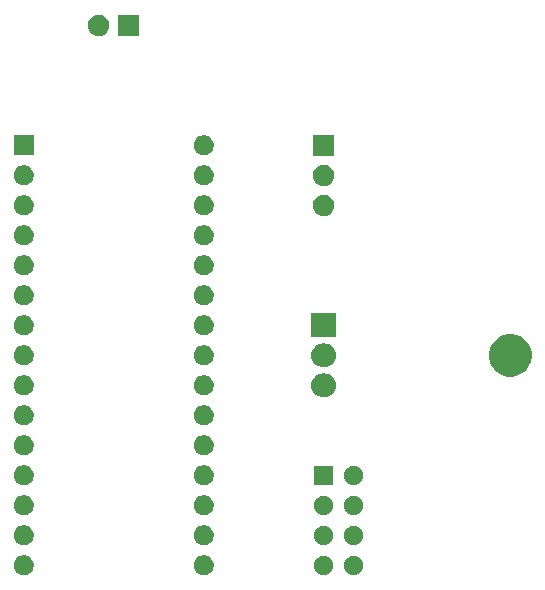
<source format=gbr>
G04 #@! TF.GenerationSoftware,KiCad,Pcbnew,(5.1.5)-3*
G04 #@! TF.CreationDate,2020-02-10T18:59:08+01:00*
G04 #@! TF.ProjectId,WeatherStationSender,57656174-6865-4725-9374-6174696f6e53,rev?*
G04 #@! TF.SameCoordinates,Original*
G04 #@! TF.FileFunction,Soldermask,Bot*
G04 #@! TF.FilePolarity,Negative*
%FSLAX46Y46*%
G04 Gerber Fmt 4.6, Leading zero omitted, Abs format (unit mm)*
G04 Created by KiCad (PCBNEW (5.1.5)-3) date 2020-02-10 18:59:08*
%MOMM*%
%LPD*%
G04 APERTURE LIST*
%ADD10C,0.100000*%
G04 APERTURE END LIST*
D10*
G36*
X134868228Y-98241703D02*
G01*
X135023100Y-98305853D01*
X135162481Y-98398985D01*
X135281015Y-98517519D01*
X135374147Y-98656900D01*
X135438297Y-98811772D01*
X135471000Y-98976184D01*
X135471000Y-99143816D01*
X135438297Y-99308228D01*
X135374147Y-99463100D01*
X135281015Y-99602481D01*
X135162481Y-99721015D01*
X135023100Y-99814147D01*
X134868228Y-99878297D01*
X134703816Y-99911000D01*
X134536184Y-99911000D01*
X134371772Y-99878297D01*
X134216900Y-99814147D01*
X134077519Y-99721015D01*
X133958985Y-99602481D01*
X133865853Y-99463100D01*
X133801703Y-99308228D01*
X133769000Y-99143816D01*
X133769000Y-98976184D01*
X133801703Y-98811772D01*
X133865853Y-98656900D01*
X133958985Y-98517519D01*
X134077519Y-98398985D01*
X134216900Y-98305853D01*
X134371772Y-98241703D01*
X134536184Y-98209000D01*
X134703816Y-98209000D01*
X134868228Y-98241703D01*
G37*
G36*
X119628228Y-98241703D02*
G01*
X119783100Y-98305853D01*
X119922481Y-98398985D01*
X120041015Y-98517519D01*
X120134147Y-98656900D01*
X120198297Y-98811772D01*
X120231000Y-98976184D01*
X120231000Y-99143816D01*
X120198297Y-99308228D01*
X120134147Y-99463100D01*
X120041015Y-99602481D01*
X119922481Y-99721015D01*
X119783100Y-99814147D01*
X119628228Y-99878297D01*
X119463816Y-99911000D01*
X119296184Y-99911000D01*
X119131772Y-99878297D01*
X118976900Y-99814147D01*
X118837519Y-99721015D01*
X118718985Y-99602481D01*
X118625853Y-99463100D01*
X118561703Y-99308228D01*
X118529000Y-99143816D01*
X118529000Y-98976184D01*
X118561703Y-98811772D01*
X118625853Y-98656900D01*
X118718985Y-98517519D01*
X118837519Y-98398985D01*
X118976900Y-98305853D01*
X119131772Y-98241703D01*
X119296184Y-98209000D01*
X119463816Y-98209000D01*
X119628228Y-98241703D01*
G37*
G36*
X145017142Y-98278242D02*
G01*
X145165101Y-98339529D01*
X145298255Y-98428499D01*
X145411501Y-98541745D01*
X145500471Y-98674899D01*
X145561758Y-98822858D01*
X145593000Y-98979925D01*
X145593000Y-99140075D01*
X145561758Y-99297142D01*
X145500471Y-99445101D01*
X145411501Y-99578255D01*
X145298255Y-99691501D01*
X145165101Y-99780471D01*
X145017142Y-99841758D01*
X144860075Y-99873000D01*
X144699925Y-99873000D01*
X144542858Y-99841758D01*
X144394899Y-99780471D01*
X144261745Y-99691501D01*
X144148499Y-99578255D01*
X144059529Y-99445101D01*
X143998242Y-99297142D01*
X143967000Y-99140075D01*
X143967000Y-98979925D01*
X143998242Y-98822858D01*
X144059529Y-98674899D01*
X144148499Y-98541745D01*
X144261745Y-98428499D01*
X144394899Y-98339529D01*
X144542858Y-98278242D01*
X144699925Y-98247000D01*
X144860075Y-98247000D01*
X145017142Y-98278242D01*
G37*
G36*
X147557142Y-98278242D02*
G01*
X147705101Y-98339529D01*
X147838255Y-98428499D01*
X147951501Y-98541745D01*
X148040471Y-98674899D01*
X148101758Y-98822858D01*
X148133000Y-98979925D01*
X148133000Y-99140075D01*
X148101758Y-99297142D01*
X148040471Y-99445101D01*
X147951501Y-99578255D01*
X147838255Y-99691501D01*
X147705101Y-99780471D01*
X147557142Y-99841758D01*
X147400075Y-99873000D01*
X147239925Y-99873000D01*
X147082858Y-99841758D01*
X146934899Y-99780471D01*
X146801745Y-99691501D01*
X146688499Y-99578255D01*
X146599529Y-99445101D01*
X146538242Y-99297142D01*
X146507000Y-99140075D01*
X146507000Y-98979925D01*
X146538242Y-98822858D01*
X146599529Y-98674899D01*
X146688499Y-98541745D01*
X146801745Y-98428499D01*
X146934899Y-98339529D01*
X147082858Y-98278242D01*
X147239925Y-98247000D01*
X147400075Y-98247000D01*
X147557142Y-98278242D01*
G37*
G36*
X134868228Y-95701703D02*
G01*
X135023100Y-95765853D01*
X135162481Y-95858985D01*
X135281015Y-95977519D01*
X135374147Y-96116900D01*
X135438297Y-96271772D01*
X135471000Y-96436184D01*
X135471000Y-96603816D01*
X135438297Y-96768228D01*
X135374147Y-96923100D01*
X135281015Y-97062481D01*
X135162481Y-97181015D01*
X135023100Y-97274147D01*
X134868228Y-97338297D01*
X134703816Y-97371000D01*
X134536184Y-97371000D01*
X134371772Y-97338297D01*
X134216900Y-97274147D01*
X134077519Y-97181015D01*
X133958985Y-97062481D01*
X133865853Y-96923100D01*
X133801703Y-96768228D01*
X133769000Y-96603816D01*
X133769000Y-96436184D01*
X133801703Y-96271772D01*
X133865853Y-96116900D01*
X133958985Y-95977519D01*
X134077519Y-95858985D01*
X134216900Y-95765853D01*
X134371772Y-95701703D01*
X134536184Y-95669000D01*
X134703816Y-95669000D01*
X134868228Y-95701703D01*
G37*
G36*
X119628228Y-95701703D02*
G01*
X119783100Y-95765853D01*
X119922481Y-95858985D01*
X120041015Y-95977519D01*
X120134147Y-96116900D01*
X120198297Y-96271772D01*
X120231000Y-96436184D01*
X120231000Y-96603816D01*
X120198297Y-96768228D01*
X120134147Y-96923100D01*
X120041015Y-97062481D01*
X119922481Y-97181015D01*
X119783100Y-97274147D01*
X119628228Y-97338297D01*
X119463816Y-97371000D01*
X119296184Y-97371000D01*
X119131772Y-97338297D01*
X118976900Y-97274147D01*
X118837519Y-97181015D01*
X118718985Y-97062481D01*
X118625853Y-96923100D01*
X118561703Y-96768228D01*
X118529000Y-96603816D01*
X118529000Y-96436184D01*
X118561703Y-96271772D01*
X118625853Y-96116900D01*
X118718985Y-95977519D01*
X118837519Y-95858985D01*
X118976900Y-95765853D01*
X119131772Y-95701703D01*
X119296184Y-95669000D01*
X119463816Y-95669000D01*
X119628228Y-95701703D01*
G37*
G36*
X145017142Y-95738242D02*
G01*
X145165101Y-95799529D01*
X145298255Y-95888499D01*
X145411501Y-96001745D01*
X145500471Y-96134899D01*
X145561758Y-96282858D01*
X145593000Y-96439925D01*
X145593000Y-96600075D01*
X145561758Y-96757142D01*
X145500471Y-96905101D01*
X145411501Y-97038255D01*
X145298255Y-97151501D01*
X145165101Y-97240471D01*
X145017142Y-97301758D01*
X144860075Y-97333000D01*
X144699925Y-97333000D01*
X144542858Y-97301758D01*
X144394899Y-97240471D01*
X144261745Y-97151501D01*
X144148499Y-97038255D01*
X144059529Y-96905101D01*
X143998242Y-96757142D01*
X143967000Y-96600075D01*
X143967000Y-96439925D01*
X143998242Y-96282858D01*
X144059529Y-96134899D01*
X144148499Y-96001745D01*
X144261745Y-95888499D01*
X144394899Y-95799529D01*
X144542858Y-95738242D01*
X144699925Y-95707000D01*
X144860075Y-95707000D01*
X145017142Y-95738242D01*
G37*
G36*
X147557142Y-95738242D02*
G01*
X147705101Y-95799529D01*
X147838255Y-95888499D01*
X147951501Y-96001745D01*
X148040471Y-96134899D01*
X148101758Y-96282858D01*
X148133000Y-96439925D01*
X148133000Y-96600075D01*
X148101758Y-96757142D01*
X148040471Y-96905101D01*
X147951501Y-97038255D01*
X147838255Y-97151501D01*
X147705101Y-97240471D01*
X147557142Y-97301758D01*
X147400075Y-97333000D01*
X147239925Y-97333000D01*
X147082858Y-97301758D01*
X146934899Y-97240471D01*
X146801745Y-97151501D01*
X146688499Y-97038255D01*
X146599529Y-96905101D01*
X146538242Y-96757142D01*
X146507000Y-96600075D01*
X146507000Y-96439925D01*
X146538242Y-96282858D01*
X146599529Y-96134899D01*
X146688499Y-96001745D01*
X146801745Y-95888499D01*
X146934899Y-95799529D01*
X147082858Y-95738242D01*
X147239925Y-95707000D01*
X147400075Y-95707000D01*
X147557142Y-95738242D01*
G37*
G36*
X134868228Y-93161703D02*
G01*
X135023100Y-93225853D01*
X135162481Y-93318985D01*
X135281015Y-93437519D01*
X135374147Y-93576900D01*
X135438297Y-93731772D01*
X135471000Y-93896184D01*
X135471000Y-94063816D01*
X135438297Y-94228228D01*
X135374147Y-94383100D01*
X135281015Y-94522481D01*
X135162481Y-94641015D01*
X135023100Y-94734147D01*
X134868228Y-94798297D01*
X134703816Y-94831000D01*
X134536184Y-94831000D01*
X134371772Y-94798297D01*
X134216900Y-94734147D01*
X134077519Y-94641015D01*
X133958985Y-94522481D01*
X133865853Y-94383100D01*
X133801703Y-94228228D01*
X133769000Y-94063816D01*
X133769000Y-93896184D01*
X133801703Y-93731772D01*
X133865853Y-93576900D01*
X133958985Y-93437519D01*
X134077519Y-93318985D01*
X134216900Y-93225853D01*
X134371772Y-93161703D01*
X134536184Y-93129000D01*
X134703816Y-93129000D01*
X134868228Y-93161703D01*
G37*
G36*
X119628228Y-93161703D02*
G01*
X119783100Y-93225853D01*
X119922481Y-93318985D01*
X120041015Y-93437519D01*
X120134147Y-93576900D01*
X120198297Y-93731772D01*
X120231000Y-93896184D01*
X120231000Y-94063816D01*
X120198297Y-94228228D01*
X120134147Y-94383100D01*
X120041015Y-94522481D01*
X119922481Y-94641015D01*
X119783100Y-94734147D01*
X119628228Y-94798297D01*
X119463816Y-94831000D01*
X119296184Y-94831000D01*
X119131772Y-94798297D01*
X118976900Y-94734147D01*
X118837519Y-94641015D01*
X118718985Y-94522481D01*
X118625853Y-94383100D01*
X118561703Y-94228228D01*
X118529000Y-94063816D01*
X118529000Y-93896184D01*
X118561703Y-93731772D01*
X118625853Y-93576900D01*
X118718985Y-93437519D01*
X118837519Y-93318985D01*
X118976900Y-93225853D01*
X119131772Y-93161703D01*
X119296184Y-93129000D01*
X119463816Y-93129000D01*
X119628228Y-93161703D01*
G37*
G36*
X145017142Y-93198242D02*
G01*
X145165101Y-93259529D01*
X145298255Y-93348499D01*
X145411501Y-93461745D01*
X145500471Y-93594899D01*
X145561758Y-93742858D01*
X145593000Y-93899925D01*
X145593000Y-94060075D01*
X145561758Y-94217142D01*
X145500471Y-94365101D01*
X145411501Y-94498255D01*
X145298255Y-94611501D01*
X145165101Y-94700471D01*
X145017142Y-94761758D01*
X144860075Y-94793000D01*
X144699925Y-94793000D01*
X144542858Y-94761758D01*
X144394899Y-94700471D01*
X144261745Y-94611501D01*
X144148499Y-94498255D01*
X144059529Y-94365101D01*
X143998242Y-94217142D01*
X143967000Y-94060075D01*
X143967000Y-93899925D01*
X143998242Y-93742858D01*
X144059529Y-93594899D01*
X144148499Y-93461745D01*
X144261745Y-93348499D01*
X144394899Y-93259529D01*
X144542858Y-93198242D01*
X144699925Y-93167000D01*
X144860075Y-93167000D01*
X145017142Y-93198242D01*
G37*
G36*
X147557142Y-93198242D02*
G01*
X147705101Y-93259529D01*
X147838255Y-93348499D01*
X147951501Y-93461745D01*
X148040471Y-93594899D01*
X148101758Y-93742858D01*
X148133000Y-93899925D01*
X148133000Y-94060075D01*
X148101758Y-94217142D01*
X148040471Y-94365101D01*
X147951501Y-94498255D01*
X147838255Y-94611501D01*
X147705101Y-94700471D01*
X147557142Y-94761758D01*
X147400075Y-94793000D01*
X147239925Y-94793000D01*
X147082858Y-94761758D01*
X146934899Y-94700471D01*
X146801745Y-94611501D01*
X146688499Y-94498255D01*
X146599529Y-94365101D01*
X146538242Y-94217142D01*
X146507000Y-94060075D01*
X146507000Y-93899925D01*
X146538242Y-93742858D01*
X146599529Y-93594899D01*
X146688499Y-93461745D01*
X146801745Y-93348499D01*
X146934899Y-93259529D01*
X147082858Y-93198242D01*
X147239925Y-93167000D01*
X147400075Y-93167000D01*
X147557142Y-93198242D01*
G37*
G36*
X134868228Y-90621703D02*
G01*
X135023100Y-90685853D01*
X135162481Y-90778985D01*
X135281015Y-90897519D01*
X135374147Y-91036900D01*
X135438297Y-91191772D01*
X135471000Y-91356184D01*
X135471000Y-91523816D01*
X135438297Y-91688228D01*
X135374147Y-91843100D01*
X135281015Y-91982481D01*
X135162481Y-92101015D01*
X135023100Y-92194147D01*
X134868228Y-92258297D01*
X134703816Y-92291000D01*
X134536184Y-92291000D01*
X134371772Y-92258297D01*
X134216900Y-92194147D01*
X134077519Y-92101015D01*
X133958985Y-91982481D01*
X133865853Y-91843100D01*
X133801703Y-91688228D01*
X133769000Y-91523816D01*
X133769000Y-91356184D01*
X133801703Y-91191772D01*
X133865853Y-91036900D01*
X133958985Y-90897519D01*
X134077519Y-90778985D01*
X134216900Y-90685853D01*
X134371772Y-90621703D01*
X134536184Y-90589000D01*
X134703816Y-90589000D01*
X134868228Y-90621703D01*
G37*
G36*
X119628228Y-90621703D02*
G01*
X119783100Y-90685853D01*
X119922481Y-90778985D01*
X120041015Y-90897519D01*
X120134147Y-91036900D01*
X120198297Y-91191772D01*
X120231000Y-91356184D01*
X120231000Y-91523816D01*
X120198297Y-91688228D01*
X120134147Y-91843100D01*
X120041015Y-91982481D01*
X119922481Y-92101015D01*
X119783100Y-92194147D01*
X119628228Y-92258297D01*
X119463816Y-92291000D01*
X119296184Y-92291000D01*
X119131772Y-92258297D01*
X118976900Y-92194147D01*
X118837519Y-92101015D01*
X118718985Y-91982481D01*
X118625853Y-91843100D01*
X118561703Y-91688228D01*
X118529000Y-91523816D01*
X118529000Y-91356184D01*
X118561703Y-91191772D01*
X118625853Y-91036900D01*
X118718985Y-90897519D01*
X118837519Y-90778985D01*
X118976900Y-90685853D01*
X119131772Y-90621703D01*
X119296184Y-90589000D01*
X119463816Y-90589000D01*
X119628228Y-90621703D01*
G37*
G36*
X147557142Y-90658242D02*
G01*
X147705101Y-90719529D01*
X147838255Y-90808499D01*
X147951501Y-90921745D01*
X148040471Y-91054899D01*
X148101758Y-91202858D01*
X148133000Y-91359925D01*
X148133000Y-91520075D01*
X148101758Y-91677142D01*
X148040471Y-91825101D01*
X147951501Y-91958255D01*
X147838255Y-92071501D01*
X147705101Y-92160471D01*
X147557142Y-92221758D01*
X147400075Y-92253000D01*
X147239925Y-92253000D01*
X147082858Y-92221758D01*
X146934899Y-92160471D01*
X146801745Y-92071501D01*
X146688499Y-91958255D01*
X146599529Y-91825101D01*
X146538242Y-91677142D01*
X146507000Y-91520075D01*
X146507000Y-91359925D01*
X146538242Y-91202858D01*
X146599529Y-91054899D01*
X146688499Y-90921745D01*
X146801745Y-90808499D01*
X146934899Y-90719529D01*
X147082858Y-90658242D01*
X147239925Y-90627000D01*
X147400075Y-90627000D01*
X147557142Y-90658242D01*
G37*
G36*
X145593000Y-92253000D02*
G01*
X143967000Y-92253000D01*
X143967000Y-90627000D01*
X145593000Y-90627000D01*
X145593000Y-92253000D01*
G37*
G36*
X119628228Y-88081703D02*
G01*
X119783100Y-88145853D01*
X119922481Y-88238985D01*
X120041015Y-88357519D01*
X120134147Y-88496900D01*
X120198297Y-88651772D01*
X120231000Y-88816184D01*
X120231000Y-88983816D01*
X120198297Y-89148228D01*
X120134147Y-89303100D01*
X120041015Y-89442481D01*
X119922481Y-89561015D01*
X119783100Y-89654147D01*
X119628228Y-89718297D01*
X119463816Y-89751000D01*
X119296184Y-89751000D01*
X119131772Y-89718297D01*
X118976900Y-89654147D01*
X118837519Y-89561015D01*
X118718985Y-89442481D01*
X118625853Y-89303100D01*
X118561703Y-89148228D01*
X118529000Y-88983816D01*
X118529000Y-88816184D01*
X118561703Y-88651772D01*
X118625853Y-88496900D01*
X118718985Y-88357519D01*
X118837519Y-88238985D01*
X118976900Y-88145853D01*
X119131772Y-88081703D01*
X119296184Y-88049000D01*
X119463816Y-88049000D01*
X119628228Y-88081703D01*
G37*
G36*
X134868228Y-88081703D02*
G01*
X135023100Y-88145853D01*
X135162481Y-88238985D01*
X135281015Y-88357519D01*
X135374147Y-88496900D01*
X135438297Y-88651772D01*
X135471000Y-88816184D01*
X135471000Y-88983816D01*
X135438297Y-89148228D01*
X135374147Y-89303100D01*
X135281015Y-89442481D01*
X135162481Y-89561015D01*
X135023100Y-89654147D01*
X134868228Y-89718297D01*
X134703816Y-89751000D01*
X134536184Y-89751000D01*
X134371772Y-89718297D01*
X134216900Y-89654147D01*
X134077519Y-89561015D01*
X133958985Y-89442481D01*
X133865853Y-89303100D01*
X133801703Y-89148228D01*
X133769000Y-88983816D01*
X133769000Y-88816184D01*
X133801703Y-88651772D01*
X133865853Y-88496900D01*
X133958985Y-88357519D01*
X134077519Y-88238985D01*
X134216900Y-88145853D01*
X134371772Y-88081703D01*
X134536184Y-88049000D01*
X134703816Y-88049000D01*
X134868228Y-88081703D01*
G37*
G36*
X134868228Y-85541703D02*
G01*
X135023100Y-85605853D01*
X135162481Y-85698985D01*
X135281015Y-85817519D01*
X135374147Y-85956900D01*
X135438297Y-86111772D01*
X135471000Y-86276184D01*
X135471000Y-86443816D01*
X135438297Y-86608228D01*
X135374147Y-86763100D01*
X135281015Y-86902481D01*
X135162481Y-87021015D01*
X135023100Y-87114147D01*
X134868228Y-87178297D01*
X134703816Y-87211000D01*
X134536184Y-87211000D01*
X134371772Y-87178297D01*
X134216900Y-87114147D01*
X134077519Y-87021015D01*
X133958985Y-86902481D01*
X133865853Y-86763100D01*
X133801703Y-86608228D01*
X133769000Y-86443816D01*
X133769000Y-86276184D01*
X133801703Y-86111772D01*
X133865853Y-85956900D01*
X133958985Y-85817519D01*
X134077519Y-85698985D01*
X134216900Y-85605853D01*
X134371772Y-85541703D01*
X134536184Y-85509000D01*
X134703816Y-85509000D01*
X134868228Y-85541703D01*
G37*
G36*
X119628228Y-85541703D02*
G01*
X119783100Y-85605853D01*
X119922481Y-85698985D01*
X120041015Y-85817519D01*
X120134147Y-85956900D01*
X120198297Y-86111772D01*
X120231000Y-86276184D01*
X120231000Y-86443816D01*
X120198297Y-86608228D01*
X120134147Y-86763100D01*
X120041015Y-86902481D01*
X119922481Y-87021015D01*
X119783100Y-87114147D01*
X119628228Y-87178297D01*
X119463816Y-87211000D01*
X119296184Y-87211000D01*
X119131772Y-87178297D01*
X118976900Y-87114147D01*
X118837519Y-87021015D01*
X118718985Y-86902481D01*
X118625853Y-86763100D01*
X118561703Y-86608228D01*
X118529000Y-86443816D01*
X118529000Y-86276184D01*
X118561703Y-86111772D01*
X118625853Y-85956900D01*
X118718985Y-85817519D01*
X118837519Y-85698985D01*
X118976900Y-85605853D01*
X119131772Y-85541703D01*
X119296184Y-85509000D01*
X119463816Y-85509000D01*
X119628228Y-85541703D01*
G37*
G36*
X144925936Y-82821340D02*
G01*
X145024220Y-82831020D01*
X145213381Y-82888401D01*
X145387712Y-82981583D01*
X145540515Y-83106985D01*
X145665917Y-83259788D01*
X145759099Y-83434119D01*
X145816480Y-83623280D01*
X145835855Y-83820000D01*
X145816480Y-84016720D01*
X145759099Y-84205881D01*
X145665917Y-84380212D01*
X145540515Y-84533015D01*
X145387712Y-84658417D01*
X145213381Y-84751599D01*
X145024220Y-84808980D01*
X144925936Y-84818660D01*
X144876795Y-84823500D01*
X144683205Y-84823500D01*
X144634064Y-84818660D01*
X144535780Y-84808980D01*
X144346619Y-84751599D01*
X144172288Y-84658417D01*
X144019485Y-84533015D01*
X143894083Y-84380212D01*
X143800901Y-84205881D01*
X143743520Y-84016720D01*
X143724145Y-83820000D01*
X143743520Y-83623280D01*
X143800901Y-83434119D01*
X143894083Y-83259788D01*
X144019485Y-83106985D01*
X144172288Y-82981583D01*
X144346619Y-82888401D01*
X144535780Y-82831020D01*
X144634064Y-82821340D01*
X144683205Y-82816500D01*
X144876795Y-82816500D01*
X144925936Y-82821340D01*
G37*
G36*
X119628228Y-83001703D02*
G01*
X119783100Y-83065853D01*
X119922481Y-83158985D01*
X120041015Y-83277519D01*
X120134147Y-83416900D01*
X120198297Y-83571772D01*
X120231000Y-83736184D01*
X120231000Y-83903816D01*
X120198297Y-84068228D01*
X120134147Y-84223100D01*
X120041015Y-84362481D01*
X119922481Y-84481015D01*
X119783100Y-84574147D01*
X119628228Y-84638297D01*
X119463816Y-84671000D01*
X119296184Y-84671000D01*
X119131772Y-84638297D01*
X118976900Y-84574147D01*
X118837519Y-84481015D01*
X118718985Y-84362481D01*
X118625853Y-84223100D01*
X118561703Y-84068228D01*
X118529000Y-83903816D01*
X118529000Y-83736184D01*
X118561703Y-83571772D01*
X118625853Y-83416900D01*
X118718985Y-83277519D01*
X118837519Y-83158985D01*
X118976900Y-83065853D01*
X119131772Y-83001703D01*
X119296184Y-82969000D01*
X119463816Y-82969000D01*
X119628228Y-83001703D01*
G37*
G36*
X134868228Y-83001703D02*
G01*
X135023100Y-83065853D01*
X135162481Y-83158985D01*
X135281015Y-83277519D01*
X135374147Y-83416900D01*
X135438297Y-83571772D01*
X135471000Y-83736184D01*
X135471000Y-83903816D01*
X135438297Y-84068228D01*
X135374147Y-84223100D01*
X135281015Y-84362481D01*
X135162481Y-84481015D01*
X135023100Y-84574147D01*
X134868228Y-84638297D01*
X134703816Y-84671000D01*
X134536184Y-84671000D01*
X134371772Y-84638297D01*
X134216900Y-84574147D01*
X134077519Y-84481015D01*
X133958985Y-84362481D01*
X133865853Y-84223100D01*
X133801703Y-84068228D01*
X133769000Y-83903816D01*
X133769000Y-83736184D01*
X133801703Y-83571772D01*
X133865853Y-83416900D01*
X133958985Y-83277519D01*
X134077519Y-83158985D01*
X134216900Y-83065853D01*
X134371772Y-83001703D01*
X134536184Y-82969000D01*
X134703816Y-82969000D01*
X134868228Y-83001703D01*
G37*
G36*
X161105331Y-79548211D02*
G01*
X161433092Y-79683974D01*
X161728070Y-79881072D01*
X161978928Y-80131930D01*
X162176026Y-80426908D01*
X162311789Y-80754669D01*
X162381000Y-81102616D01*
X162381000Y-81457384D01*
X162311789Y-81805331D01*
X162176026Y-82133092D01*
X161978928Y-82428070D01*
X161728070Y-82678928D01*
X161433092Y-82876026D01*
X161105331Y-83011789D01*
X160757384Y-83081000D01*
X160402616Y-83081000D01*
X160054669Y-83011789D01*
X159726908Y-82876026D01*
X159431930Y-82678928D01*
X159181072Y-82428070D01*
X158983974Y-82133092D01*
X158848211Y-81805331D01*
X158779000Y-81457384D01*
X158779000Y-81102616D01*
X158848211Y-80754669D01*
X158983974Y-80426908D01*
X159181072Y-80131930D01*
X159431930Y-79881072D01*
X159726908Y-79683974D01*
X160054669Y-79548211D01*
X160402616Y-79479000D01*
X160757384Y-79479000D01*
X161105331Y-79548211D01*
G37*
G36*
X144925936Y-80281340D02*
G01*
X145024220Y-80291020D01*
X145213381Y-80348401D01*
X145387712Y-80441583D01*
X145540515Y-80566985D01*
X145665917Y-80719788D01*
X145759099Y-80894119D01*
X145816480Y-81083280D01*
X145835855Y-81280000D01*
X145816480Y-81476720D01*
X145759099Y-81665881D01*
X145665917Y-81840212D01*
X145540515Y-81993015D01*
X145387712Y-82118417D01*
X145213381Y-82211599D01*
X145024220Y-82268980D01*
X144925936Y-82278660D01*
X144876795Y-82283500D01*
X144683205Y-82283500D01*
X144634064Y-82278660D01*
X144535780Y-82268980D01*
X144346619Y-82211599D01*
X144172288Y-82118417D01*
X144019485Y-81993015D01*
X143894083Y-81840212D01*
X143800901Y-81665881D01*
X143743520Y-81476720D01*
X143724145Y-81280000D01*
X143743520Y-81083280D01*
X143800901Y-80894119D01*
X143894083Y-80719788D01*
X144019485Y-80566985D01*
X144172288Y-80441583D01*
X144346619Y-80348401D01*
X144535780Y-80291020D01*
X144634064Y-80281340D01*
X144683205Y-80276500D01*
X144876795Y-80276500D01*
X144925936Y-80281340D01*
G37*
G36*
X134868228Y-80461703D02*
G01*
X135023100Y-80525853D01*
X135162481Y-80618985D01*
X135281015Y-80737519D01*
X135374147Y-80876900D01*
X135438297Y-81031772D01*
X135471000Y-81196184D01*
X135471000Y-81363816D01*
X135438297Y-81528228D01*
X135374147Y-81683100D01*
X135281015Y-81822481D01*
X135162481Y-81941015D01*
X135023100Y-82034147D01*
X134868228Y-82098297D01*
X134703816Y-82131000D01*
X134536184Y-82131000D01*
X134371772Y-82098297D01*
X134216900Y-82034147D01*
X134077519Y-81941015D01*
X133958985Y-81822481D01*
X133865853Y-81683100D01*
X133801703Y-81528228D01*
X133769000Y-81363816D01*
X133769000Y-81196184D01*
X133801703Y-81031772D01*
X133865853Y-80876900D01*
X133958985Y-80737519D01*
X134077519Y-80618985D01*
X134216900Y-80525853D01*
X134371772Y-80461703D01*
X134536184Y-80429000D01*
X134703816Y-80429000D01*
X134868228Y-80461703D01*
G37*
G36*
X119628228Y-80461703D02*
G01*
X119783100Y-80525853D01*
X119922481Y-80618985D01*
X120041015Y-80737519D01*
X120134147Y-80876900D01*
X120198297Y-81031772D01*
X120231000Y-81196184D01*
X120231000Y-81363816D01*
X120198297Y-81528228D01*
X120134147Y-81683100D01*
X120041015Y-81822481D01*
X119922481Y-81941015D01*
X119783100Y-82034147D01*
X119628228Y-82098297D01*
X119463816Y-82131000D01*
X119296184Y-82131000D01*
X119131772Y-82098297D01*
X118976900Y-82034147D01*
X118837519Y-81941015D01*
X118718985Y-81822481D01*
X118625853Y-81683100D01*
X118561703Y-81528228D01*
X118529000Y-81363816D01*
X118529000Y-81196184D01*
X118561703Y-81031772D01*
X118625853Y-80876900D01*
X118718985Y-80737519D01*
X118837519Y-80618985D01*
X118976900Y-80525853D01*
X119131772Y-80461703D01*
X119296184Y-80429000D01*
X119463816Y-80429000D01*
X119628228Y-80461703D01*
G37*
G36*
X145831000Y-79743500D02*
G01*
X143729000Y-79743500D01*
X143729000Y-77736500D01*
X145831000Y-77736500D01*
X145831000Y-79743500D01*
G37*
G36*
X134868228Y-77921703D02*
G01*
X135023100Y-77985853D01*
X135162481Y-78078985D01*
X135281015Y-78197519D01*
X135374147Y-78336900D01*
X135438297Y-78491772D01*
X135471000Y-78656184D01*
X135471000Y-78823816D01*
X135438297Y-78988228D01*
X135374147Y-79143100D01*
X135281015Y-79282481D01*
X135162481Y-79401015D01*
X135023100Y-79494147D01*
X134868228Y-79558297D01*
X134703816Y-79591000D01*
X134536184Y-79591000D01*
X134371772Y-79558297D01*
X134216900Y-79494147D01*
X134077519Y-79401015D01*
X133958985Y-79282481D01*
X133865853Y-79143100D01*
X133801703Y-78988228D01*
X133769000Y-78823816D01*
X133769000Y-78656184D01*
X133801703Y-78491772D01*
X133865853Y-78336900D01*
X133958985Y-78197519D01*
X134077519Y-78078985D01*
X134216900Y-77985853D01*
X134371772Y-77921703D01*
X134536184Y-77889000D01*
X134703816Y-77889000D01*
X134868228Y-77921703D01*
G37*
G36*
X119628228Y-77921703D02*
G01*
X119783100Y-77985853D01*
X119922481Y-78078985D01*
X120041015Y-78197519D01*
X120134147Y-78336900D01*
X120198297Y-78491772D01*
X120231000Y-78656184D01*
X120231000Y-78823816D01*
X120198297Y-78988228D01*
X120134147Y-79143100D01*
X120041015Y-79282481D01*
X119922481Y-79401015D01*
X119783100Y-79494147D01*
X119628228Y-79558297D01*
X119463816Y-79591000D01*
X119296184Y-79591000D01*
X119131772Y-79558297D01*
X118976900Y-79494147D01*
X118837519Y-79401015D01*
X118718985Y-79282481D01*
X118625853Y-79143100D01*
X118561703Y-78988228D01*
X118529000Y-78823816D01*
X118529000Y-78656184D01*
X118561703Y-78491772D01*
X118625853Y-78336900D01*
X118718985Y-78197519D01*
X118837519Y-78078985D01*
X118976900Y-77985853D01*
X119131772Y-77921703D01*
X119296184Y-77889000D01*
X119463816Y-77889000D01*
X119628228Y-77921703D01*
G37*
G36*
X134868228Y-75381703D02*
G01*
X135023100Y-75445853D01*
X135162481Y-75538985D01*
X135281015Y-75657519D01*
X135374147Y-75796900D01*
X135438297Y-75951772D01*
X135471000Y-76116184D01*
X135471000Y-76283816D01*
X135438297Y-76448228D01*
X135374147Y-76603100D01*
X135281015Y-76742481D01*
X135162481Y-76861015D01*
X135023100Y-76954147D01*
X134868228Y-77018297D01*
X134703816Y-77051000D01*
X134536184Y-77051000D01*
X134371772Y-77018297D01*
X134216900Y-76954147D01*
X134077519Y-76861015D01*
X133958985Y-76742481D01*
X133865853Y-76603100D01*
X133801703Y-76448228D01*
X133769000Y-76283816D01*
X133769000Y-76116184D01*
X133801703Y-75951772D01*
X133865853Y-75796900D01*
X133958985Y-75657519D01*
X134077519Y-75538985D01*
X134216900Y-75445853D01*
X134371772Y-75381703D01*
X134536184Y-75349000D01*
X134703816Y-75349000D01*
X134868228Y-75381703D01*
G37*
G36*
X119628228Y-75381703D02*
G01*
X119783100Y-75445853D01*
X119922481Y-75538985D01*
X120041015Y-75657519D01*
X120134147Y-75796900D01*
X120198297Y-75951772D01*
X120231000Y-76116184D01*
X120231000Y-76283816D01*
X120198297Y-76448228D01*
X120134147Y-76603100D01*
X120041015Y-76742481D01*
X119922481Y-76861015D01*
X119783100Y-76954147D01*
X119628228Y-77018297D01*
X119463816Y-77051000D01*
X119296184Y-77051000D01*
X119131772Y-77018297D01*
X118976900Y-76954147D01*
X118837519Y-76861015D01*
X118718985Y-76742481D01*
X118625853Y-76603100D01*
X118561703Y-76448228D01*
X118529000Y-76283816D01*
X118529000Y-76116184D01*
X118561703Y-75951772D01*
X118625853Y-75796900D01*
X118718985Y-75657519D01*
X118837519Y-75538985D01*
X118976900Y-75445853D01*
X119131772Y-75381703D01*
X119296184Y-75349000D01*
X119463816Y-75349000D01*
X119628228Y-75381703D01*
G37*
G36*
X134868228Y-72841703D02*
G01*
X135023100Y-72905853D01*
X135162481Y-72998985D01*
X135281015Y-73117519D01*
X135374147Y-73256900D01*
X135438297Y-73411772D01*
X135471000Y-73576184D01*
X135471000Y-73743816D01*
X135438297Y-73908228D01*
X135374147Y-74063100D01*
X135281015Y-74202481D01*
X135162481Y-74321015D01*
X135023100Y-74414147D01*
X134868228Y-74478297D01*
X134703816Y-74511000D01*
X134536184Y-74511000D01*
X134371772Y-74478297D01*
X134216900Y-74414147D01*
X134077519Y-74321015D01*
X133958985Y-74202481D01*
X133865853Y-74063100D01*
X133801703Y-73908228D01*
X133769000Y-73743816D01*
X133769000Y-73576184D01*
X133801703Y-73411772D01*
X133865853Y-73256900D01*
X133958985Y-73117519D01*
X134077519Y-72998985D01*
X134216900Y-72905853D01*
X134371772Y-72841703D01*
X134536184Y-72809000D01*
X134703816Y-72809000D01*
X134868228Y-72841703D01*
G37*
G36*
X119628228Y-72841703D02*
G01*
X119783100Y-72905853D01*
X119922481Y-72998985D01*
X120041015Y-73117519D01*
X120134147Y-73256900D01*
X120198297Y-73411772D01*
X120231000Y-73576184D01*
X120231000Y-73743816D01*
X120198297Y-73908228D01*
X120134147Y-74063100D01*
X120041015Y-74202481D01*
X119922481Y-74321015D01*
X119783100Y-74414147D01*
X119628228Y-74478297D01*
X119463816Y-74511000D01*
X119296184Y-74511000D01*
X119131772Y-74478297D01*
X118976900Y-74414147D01*
X118837519Y-74321015D01*
X118718985Y-74202481D01*
X118625853Y-74063100D01*
X118561703Y-73908228D01*
X118529000Y-73743816D01*
X118529000Y-73576184D01*
X118561703Y-73411772D01*
X118625853Y-73256900D01*
X118718985Y-73117519D01*
X118837519Y-72998985D01*
X118976900Y-72905853D01*
X119131772Y-72841703D01*
X119296184Y-72809000D01*
X119463816Y-72809000D01*
X119628228Y-72841703D01*
G37*
G36*
X119628228Y-70301703D02*
G01*
X119783100Y-70365853D01*
X119922481Y-70458985D01*
X120041015Y-70577519D01*
X120134147Y-70716900D01*
X120198297Y-70871772D01*
X120231000Y-71036184D01*
X120231000Y-71203816D01*
X120198297Y-71368228D01*
X120134147Y-71523100D01*
X120041015Y-71662481D01*
X119922481Y-71781015D01*
X119783100Y-71874147D01*
X119628228Y-71938297D01*
X119463816Y-71971000D01*
X119296184Y-71971000D01*
X119131772Y-71938297D01*
X118976900Y-71874147D01*
X118837519Y-71781015D01*
X118718985Y-71662481D01*
X118625853Y-71523100D01*
X118561703Y-71368228D01*
X118529000Y-71203816D01*
X118529000Y-71036184D01*
X118561703Y-70871772D01*
X118625853Y-70716900D01*
X118718985Y-70577519D01*
X118837519Y-70458985D01*
X118976900Y-70365853D01*
X119131772Y-70301703D01*
X119296184Y-70269000D01*
X119463816Y-70269000D01*
X119628228Y-70301703D01*
G37*
G36*
X134868228Y-70301703D02*
G01*
X135023100Y-70365853D01*
X135162481Y-70458985D01*
X135281015Y-70577519D01*
X135374147Y-70716900D01*
X135438297Y-70871772D01*
X135471000Y-71036184D01*
X135471000Y-71203816D01*
X135438297Y-71368228D01*
X135374147Y-71523100D01*
X135281015Y-71662481D01*
X135162481Y-71781015D01*
X135023100Y-71874147D01*
X134868228Y-71938297D01*
X134703816Y-71971000D01*
X134536184Y-71971000D01*
X134371772Y-71938297D01*
X134216900Y-71874147D01*
X134077519Y-71781015D01*
X133958985Y-71662481D01*
X133865853Y-71523100D01*
X133801703Y-71368228D01*
X133769000Y-71203816D01*
X133769000Y-71036184D01*
X133801703Y-70871772D01*
X133865853Y-70716900D01*
X133958985Y-70577519D01*
X134077519Y-70458985D01*
X134216900Y-70365853D01*
X134371772Y-70301703D01*
X134536184Y-70269000D01*
X134703816Y-70269000D01*
X134868228Y-70301703D01*
G37*
G36*
X144893512Y-67683927D02*
G01*
X145042812Y-67713624D01*
X145206784Y-67781544D01*
X145354354Y-67880147D01*
X145479853Y-68005646D01*
X145578456Y-68153216D01*
X145646376Y-68317188D01*
X145681000Y-68491259D01*
X145681000Y-68668741D01*
X145646376Y-68842812D01*
X145578456Y-69006784D01*
X145479853Y-69154354D01*
X145354354Y-69279853D01*
X145206784Y-69378456D01*
X145042812Y-69446376D01*
X144893512Y-69476073D01*
X144868742Y-69481000D01*
X144691258Y-69481000D01*
X144666488Y-69476073D01*
X144517188Y-69446376D01*
X144353216Y-69378456D01*
X144205646Y-69279853D01*
X144080147Y-69154354D01*
X143981544Y-69006784D01*
X143913624Y-68842812D01*
X143879000Y-68668741D01*
X143879000Y-68491259D01*
X143913624Y-68317188D01*
X143981544Y-68153216D01*
X144080147Y-68005646D01*
X144205646Y-67880147D01*
X144353216Y-67781544D01*
X144517188Y-67713624D01*
X144666488Y-67683927D01*
X144691258Y-67679000D01*
X144868742Y-67679000D01*
X144893512Y-67683927D01*
G37*
G36*
X134868228Y-67761703D02*
G01*
X135023100Y-67825853D01*
X135162481Y-67918985D01*
X135281015Y-68037519D01*
X135374147Y-68176900D01*
X135438297Y-68331772D01*
X135471000Y-68496184D01*
X135471000Y-68663816D01*
X135438297Y-68828228D01*
X135374147Y-68983100D01*
X135281015Y-69122481D01*
X135162481Y-69241015D01*
X135023100Y-69334147D01*
X134868228Y-69398297D01*
X134703816Y-69431000D01*
X134536184Y-69431000D01*
X134371772Y-69398297D01*
X134216900Y-69334147D01*
X134077519Y-69241015D01*
X133958985Y-69122481D01*
X133865853Y-68983100D01*
X133801703Y-68828228D01*
X133769000Y-68663816D01*
X133769000Y-68496184D01*
X133801703Y-68331772D01*
X133865853Y-68176900D01*
X133958985Y-68037519D01*
X134077519Y-67918985D01*
X134216900Y-67825853D01*
X134371772Y-67761703D01*
X134536184Y-67729000D01*
X134703816Y-67729000D01*
X134868228Y-67761703D01*
G37*
G36*
X119628228Y-67761703D02*
G01*
X119783100Y-67825853D01*
X119922481Y-67918985D01*
X120041015Y-68037519D01*
X120134147Y-68176900D01*
X120198297Y-68331772D01*
X120231000Y-68496184D01*
X120231000Y-68663816D01*
X120198297Y-68828228D01*
X120134147Y-68983100D01*
X120041015Y-69122481D01*
X119922481Y-69241015D01*
X119783100Y-69334147D01*
X119628228Y-69398297D01*
X119463816Y-69431000D01*
X119296184Y-69431000D01*
X119131772Y-69398297D01*
X118976900Y-69334147D01*
X118837519Y-69241015D01*
X118718985Y-69122481D01*
X118625853Y-68983100D01*
X118561703Y-68828228D01*
X118529000Y-68663816D01*
X118529000Y-68496184D01*
X118561703Y-68331772D01*
X118625853Y-68176900D01*
X118718985Y-68037519D01*
X118837519Y-67918985D01*
X118976900Y-67825853D01*
X119131772Y-67761703D01*
X119296184Y-67729000D01*
X119463816Y-67729000D01*
X119628228Y-67761703D01*
G37*
G36*
X144893512Y-65143927D02*
G01*
X145042812Y-65173624D01*
X145206784Y-65241544D01*
X145354354Y-65340147D01*
X145479853Y-65465646D01*
X145578456Y-65613216D01*
X145646376Y-65777188D01*
X145681000Y-65951259D01*
X145681000Y-66128741D01*
X145646376Y-66302812D01*
X145578456Y-66466784D01*
X145479853Y-66614354D01*
X145354354Y-66739853D01*
X145206784Y-66838456D01*
X145042812Y-66906376D01*
X144893512Y-66936073D01*
X144868742Y-66941000D01*
X144691258Y-66941000D01*
X144666488Y-66936073D01*
X144517188Y-66906376D01*
X144353216Y-66838456D01*
X144205646Y-66739853D01*
X144080147Y-66614354D01*
X143981544Y-66466784D01*
X143913624Y-66302812D01*
X143879000Y-66128741D01*
X143879000Y-65951259D01*
X143913624Y-65777188D01*
X143981544Y-65613216D01*
X144080147Y-65465646D01*
X144205646Y-65340147D01*
X144353216Y-65241544D01*
X144517188Y-65173624D01*
X144666488Y-65143927D01*
X144691258Y-65139000D01*
X144868742Y-65139000D01*
X144893512Y-65143927D01*
G37*
G36*
X134868228Y-65221703D02*
G01*
X135023100Y-65285853D01*
X135162481Y-65378985D01*
X135281015Y-65497519D01*
X135374147Y-65636900D01*
X135438297Y-65791772D01*
X135471000Y-65956184D01*
X135471000Y-66123816D01*
X135438297Y-66288228D01*
X135374147Y-66443100D01*
X135281015Y-66582481D01*
X135162481Y-66701015D01*
X135023100Y-66794147D01*
X134868228Y-66858297D01*
X134703816Y-66891000D01*
X134536184Y-66891000D01*
X134371772Y-66858297D01*
X134216900Y-66794147D01*
X134077519Y-66701015D01*
X133958985Y-66582481D01*
X133865853Y-66443100D01*
X133801703Y-66288228D01*
X133769000Y-66123816D01*
X133769000Y-65956184D01*
X133801703Y-65791772D01*
X133865853Y-65636900D01*
X133958985Y-65497519D01*
X134077519Y-65378985D01*
X134216900Y-65285853D01*
X134371772Y-65221703D01*
X134536184Y-65189000D01*
X134703816Y-65189000D01*
X134868228Y-65221703D01*
G37*
G36*
X119628228Y-65221703D02*
G01*
X119783100Y-65285853D01*
X119922481Y-65378985D01*
X120041015Y-65497519D01*
X120134147Y-65636900D01*
X120198297Y-65791772D01*
X120231000Y-65956184D01*
X120231000Y-66123816D01*
X120198297Y-66288228D01*
X120134147Y-66443100D01*
X120041015Y-66582481D01*
X119922481Y-66701015D01*
X119783100Y-66794147D01*
X119628228Y-66858297D01*
X119463816Y-66891000D01*
X119296184Y-66891000D01*
X119131772Y-66858297D01*
X118976900Y-66794147D01*
X118837519Y-66701015D01*
X118718985Y-66582481D01*
X118625853Y-66443100D01*
X118561703Y-66288228D01*
X118529000Y-66123816D01*
X118529000Y-65956184D01*
X118561703Y-65791772D01*
X118625853Y-65636900D01*
X118718985Y-65497519D01*
X118837519Y-65378985D01*
X118976900Y-65285853D01*
X119131772Y-65221703D01*
X119296184Y-65189000D01*
X119463816Y-65189000D01*
X119628228Y-65221703D01*
G37*
G36*
X145681000Y-64401000D02*
G01*
X143879000Y-64401000D01*
X143879000Y-62599000D01*
X145681000Y-62599000D01*
X145681000Y-64401000D01*
G37*
G36*
X120231000Y-64351000D02*
G01*
X118529000Y-64351000D01*
X118529000Y-62649000D01*
X120231000Y-62649000D01*
X120231000Y-64351000D01*
G37*
G36*
X134868228Y-62681703D02*
G01*
X135023100Y-62745853D01*
X135162481Y-62838985D01*
X135281015Y-62957519D01*
X135374147Y-63096900D01*
X135438297Y-63251772D01*
X135471000Y-63416184D01*
X135471000Y-63583816D01*
X135438297Y-63748228D01*
X135374147Y-63903100D01*
X135281015Y-64042481D01*
X135162481Y-64161015D01*
X135023100Y-64254147D01*
X134868228Y-64318297D01*
X134703816Y-64351000D01*
X134536184Y-64351000D01*
X134371772Y-64318297D01*
X134216900Y-64254147D01*
X134077519Y-64161015D01*
X133958985Y-64042481D01*
X133865853Y-63903100D01*
X133801703Y-63748228D01*
X133769000Y-63583816D01*
X133769000Y-63416184D01*
X133801703Y-63251772D01*
X133865853Y-63096900D01*
X133958985Y-62957519D01*
X134077519Y-62838985D01*
X134216900Y-62745853D01*
X134371772Y-62681703D01*
X134536184Y-62649000D01*
X134703816Y-62649000D01*
X134868228Y-62681703D01*
G37*
G36*
X129171000Y-54241000D02*
G01*
X127369000Y-54241000D01*
X127369000Y-52439000D01*
X129171000Y-52439000D01*
X129171000Y-54241000D01*
G37*
G36*
X125843512Y-52443927D02*
G01*
X125992812Y-52473624D01*
X126156784Y-52541544D01*
X126304354Y-52640147D01*
X126429853Y-52765646D01*
X126528456Y-52913216D01*
X126596376Y-53077188D01*
X126631000Y-53251259D01*
X126631000Y-53428741D01*
X126596376Y-53602812D01*
X126528456Y-53766784D01*
X126429853Y-53914354D01*
X126304354Y-54039853D01*
X126156784Y-54138456D01*
X125992812Y-54206376D01*
X125843512Y-54236073D01*
X125818742Y-54241000D01*
X125641258Y-54241000D01*
X125616488Y-54236073D01*
X125467188Y-54206376D01*
X125303216Y-54138456D01*
X125155646Y-54039853D01*
X125030147Y-53914354D01*
X124931544Y-53766784D01*
X124863624Y-53602812D01*
X124829000Y-53428741D01*
X124829000Y-53251259D01*
X124863624Y-53077188D01*
X124931544Y-52913216D01*
X125030147Y-52765646D01*
X125155646Y-52640147D01*
X125303216Y-52541544D01*
X125467188Y-52473624D01*
X125616488Y-52443927D01*
X125641258Y-52439000D01*
X125818742Y-52439000D01*
X125843512Y-52443927D01*
G37*
M02*

</source>
